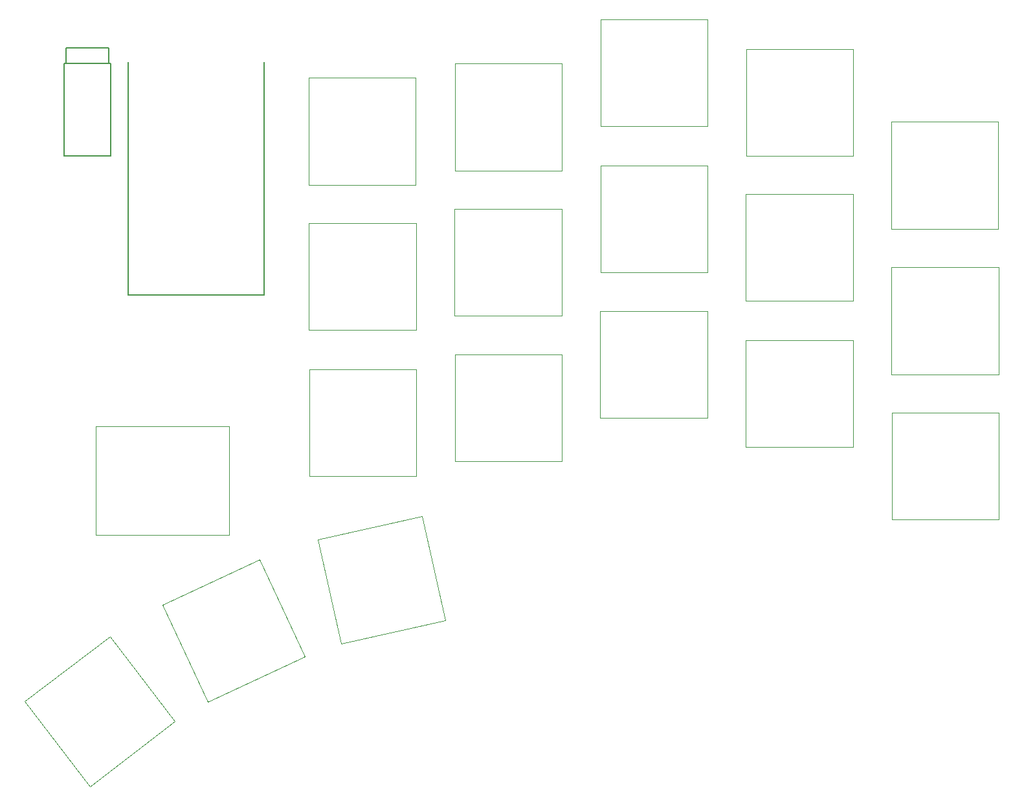
<source format=gbr>
%TF.GenerationSoftware,KiCad,Pcbnew,(5.1.7)-1*%
%TF.CreationDate,2021-07-10T14:06:06+05:30*%
%TF.ProjectId,Pteron36v0,50746572-6f6e-4333-9676-302e6b696361,rev?*%
%TF.SameCoordinates,Original*%
%TF.FileFunction,Other,ECO2*%
%FSLAX46Y46*%
G04 Gerber Fmt 4.6, Leading zero omitted, Abs format (unit mm)*
G04 Created by KiCad (PCBNEW (5.1.7)-1) date 2021-07-10 14:06:06*
%MOMM*%
%LPD*%
G01*
G04 APERTURE LIST*
%ADD10C,0.120000*%
%ADD11C,0.150000*%
%ADD12C,0.050000*%
G04 APERTURE END LIST*
D10*
%TO.C,SW13*%
X170763305Y-66129232D02*
X170763305Y-80129232D01*
X170763305Y-80129232D02*
X184763305Y-80129232D01*
X184763305Y-80129232D02*
X184763305Y-66129232D01*
X184763305Y-66129232D02*
X170763305Y-66129232D01*
%TO.C,SW8*%
X189841035Y-75705722D02*
X189841035Y-89705722D01*
X189841035Y-89705722D02*
X203841035Y-89705722D01*
X203841035Y-89705722D02*
X203841035Y-75705722D01*
X203841035Y-75705722D02*
X189841035Y-75705722D01*
%TO.C,SW7*%
X189797387Y-56670820D02*
X189797387Y-70670820D01*
X189797387Y-70670820D02*
X203797387Y-70670820D01*
X203797387Y-70670820D02*
X203797387Y-56670820D01*
X203797387Y-56670820D02*
X189797387Y-56670820D01*
%TO.C,SW12*%
X170810215Y-47118605D02*
X170810215Y-61118605D01*
X170810215Y-61118605D02*
X184810215Y-61118605D01*
X184810215Y-61118605D02*
X184810215Y-47118605D01*
X184810215Y-47118605D02*
X170810215Y-47118605D01*
%TO.C,SW22*%
X132732181Y-49047769D02*
X132732181Y-63047769D01*
X132732181Y-63047769D02*
X146732181Y-63047769D01*
X146732181Y-63047769D02*
X146732181Y-49047769D01*
X146732181Y-49047769D02*
X132732181Y-49047769D01*
%TO.C,SW26*%
X113598486Y-50909020D02*
X113598486Y-64909020D01*
X113598486Y-64909020D02*
X127598486Y-64909020D01*
X127598486Y-64909020D02*
X127598486Y-50909020D01*
X127598486Y-50909020D02*
X113598486Y-50909020D01*
%TO.C,SW28*%
X113661509Y-89069365D02*
X113661509Y-103069365D01*
X113661509Y-103069365D02*
X127661509Y-103069365D01*
X127661509Y-103069365D02*
X127661509Y-89069365D01*
X127661509Y-89069365D02*
X113661509Y-89069365D01*
%TO.C,SW27*%
X113642130Y-69943915D02*
X113642130Y-83943915D01*
X113642130Y-83943915D02*
X127642130Y-83943915D01*
X127642130Y-83943915D02*
X127642130Y-69943915D01*
X127642130Y-69943915D02*
X113642130Y-69943915D01*
%TO.C,SW24*%
X132728913Y-87093290D02*
X132728913Y-101093290D01*
X132728913Y-101093290D02*
X146728913Y-101093290D01*
X146728913Y-101093290D02*
X146728913Y-87093290D01*
X146728913Y-87093290D02*
X132728913Y-87093290D01*
%TO.C,SW23*%
X132685269Y-68058394D02*
X132685269Y-82058394D01*
X132685269Y-82058394D02*
X146685269Y-82058394D01*
X146685269Y-82058394D02*
X146685269Y-68058394D01*
X146685269Y-68058394D02*
X132685269Y-68058394D01*
%TO.C,SW20*%
X76463906Y-132540036D02*
X84986566Y-143646982D01*
X84986566Y-143646982D02*
X96093512Y-135124322D01*
X96093512Y-135124322D02*
X87570852Y-124017376D01*
X87570852Y-124017376D02*
X76463906Y-132540036D01*
%TO.C,SW19*%
X151722246Y-81409196D02*
X151722246Y-95409196D01*
X151722246Y-95409196D02*
X165722246Y-95409196D01*
X165722246Y-95409196D02*
X165722246Y-81409196D01*
X165722246Y-81409196D02*
X151722246Y-81409196D01*
%TO.C,SW18*%
X151769162Y-62398567D02*
X151769162Y-76398567D01*
X151769162Y-76398567D02*
X165769162Y-76398567D01*
X165769162Y-76398567D02*
X165769162Y-62398567D01*
X165769162Y-62398567D02*
X151769162Y-62398567D01*
%TO.C,SW17*%
X151749779Y-43273116D02*
X151749779Y-57273116D01*
X151749779Y-57273116D02*
X165749779Y-57273116D01*
X165749779Y-57273116D02*
X165749779Y-43273116D01*
X165749779Y-43273116D02*
X151749779Y-43273116D01*
%TO.C,SW15*%
X94459613Y-119893033D02*
X100376268Y-132581342D01*
X100376268Y-132581342D02*
X113064577Y-126664687D01*
X113064577Y-126664687D02*
X107147922Y-113976378D01*
X107147922Y-113976378D02*
X94459613Y-119893033D01*
%TO.C,SW14*%
X170782678Y-85254677D02*
X170782678Y-99254677D01*
X170782678Y-99254677D02*
X184782678Y-99254677D01*
X184782678Y-99254677D02*
X184782678Y-85254677D01*
X184782678Y-85254677D02*
X170782678Y-85254677D01*
%TO.C,SW10*%
X114763735Y-111303926D02*
X117793889Y-124972070D01*
X117793889Y-124972070D02*
X131462033Y-121941916D01*
X131462033Y-121941916D02*
X128431879Y-108273772D01*
X128431879Y-108273772D02*
X114763735Y-111303926D01*
%TO.C,SW9*%
X189884677Y-94740622D02*
X189884677Y-108740622D01*
X189884677Y-108740622D02*
X203884677Y-108740622D01*
X203884677Y-108740622D02*
X203884677Y-94740622D01*
X203884677Y-94740622D02*
X189884677Y-94740622D01*
D11*
%TO.C,U1*%
X89958454Y-48839031D02*
X89958454Y-79319031D01*
X107738454Y-48839031D02*
X107738454Y-79319031D01*
X107738454Y-79319031D02*
X89958454Y-79319031D01*
%TO.C,J2*%
X81875254Y-48989330D02*
X81875254Y-46989330D01*
X81625254Y-48989330D02*
X81625254Y-61089330D01*
X87475254Y-48989330D02*
X87475254Y-46989330D01*
X81625254Y-61089330D02*
X87725254Y-61089330D01*
X81875254Y-46989330D02*
X87475254Y-46989330D01*
X87725254Y-48989330D02*
X87725254Y-61089330D01*
X81625254Y-48989330D02*
X87725254Y-48989330D01*
D12*
%TO.C,RE1*%
X85715254Y-96550330D02*
X103215254Y-96550330D01*
X85715254Y-96550330D02*
X85715254Y-110750330D01*
X103215254Y-110750330D02*
X103215254Y-96550330D01*
X103215254Y-110750330D02*
X85715254Y-110750330D01*
%TD*%
M02*

</source>
